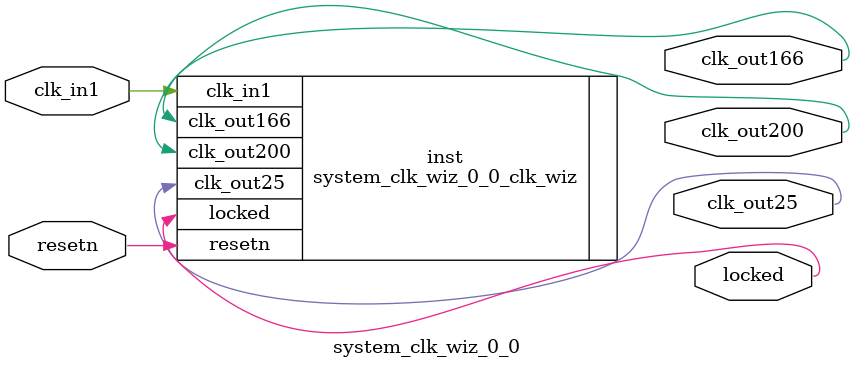
<source format=v>


`timescale 1ps/1ps

(* CORE_GENERATION_INFO = "system_clk_wiz_0_0,clk_wiz_v6_0_13_0_0,{component_name=system_clk_wiz_0_0,use_phase_alignment=true,use_min_o_jitter=false,use_max_i_jitter=false,use_dyn_phase_shift=false,use_inclk_switchover=false,use_dyn_reconfig=false,enable_axi=0,feedback_source=FDBK_AUTO,PRIMITIVE=MMCM,num_out_clk=3,clkin1_period=10.000,clkin2_period=10.000,use_power_down=false,use_reset=true,use_locked=true,use_inclk_stopped=false,feedback_type=SINGLE,CLOCK_MGR_TYPE=NA,manual_override=false}" *)

module system_clk_wiz_0_0 
 (
  // Clock out ports
  output        clk_out166,
  output        clk_out200,
  output        clk_out25,
  // Status and control signals
  input         resetn,
  output        locked,
 // Clock in ports
  input         clk_in1
 );

  system_clk_wiz_0_0_clk_wiz inst
  (
  // Clock out ports  
  .clk_out166(clk_out166),
  .clk_out200(clk_out200),
  .clk_out25(clk_out25),
  // Status and control signals               
  .resetn(resetn), 
  .locked(locked),
 // Clock in ports
  .clk_in1(clk_in1)
  );

endmodule

</source>
